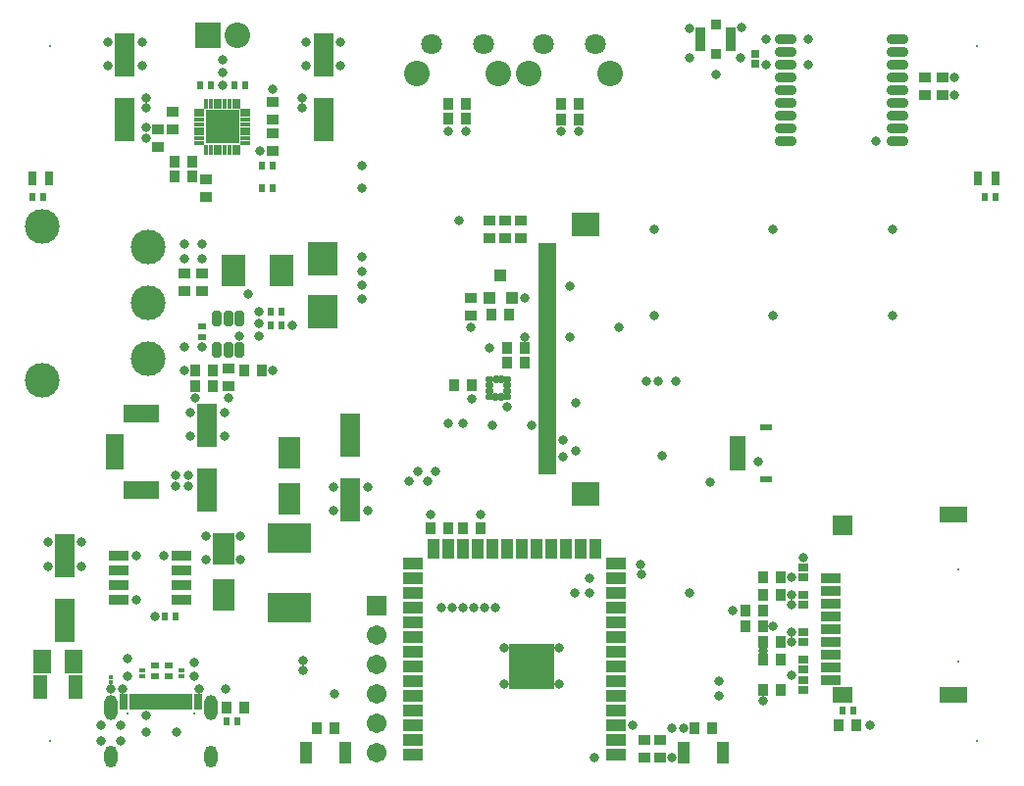
<source format=gts>
G04*
G04 #@! TF.GenerationSoftware,Altium Limited,Altium Designer,23.1.1 (15)*
G04*
G04 Layer_Color=8388736*
%FSLAX25Y25*%
%MOIN*%
G70*
G04*
G04 #@! TF.SameCoordinates,D44E4BA0-DF0F-404E-B2C4-BA9F40E5660F*
G04*
G04*
G04 #@! TF.FilePolarity,Negative*
G04*
G01*
G75*
%ADD75O,0.07487X0.03550*%
%ADD76R,0.03162X0.02926*%
%ADD77R,0.01417X0.03780*%
%ADD78R,0.03780X0.01417*%
%ADD79R,0.11430X0.11430*%
G04:AMPARAMS|DCode=80|XSize=25.72mil|YSize=21.78mil|CornerRadius=6.07mil|HoleSize=0mil|Usage=FLASHONLY|Rotation=0.000|XOffset=0mil|YOffset=0mil|HoleType=Round|Shape=RoundedRectangle|*
%AMROUNDEDRECTD80*
21,1,0.02572,0.00965,0,0,0.0*
21,1,0.01358,0.02178,0,0,0.0*
1,1,0.01213,0.00679,-0.00482*
1,1,0.01213,-0.00679,-0.00482*
1,1,0.01213,-0.00679,0.00482*
1,1,0.01213,0.00679,0.00482*
%
%ADD80ROUNDEDRECTD80*%
G04:AMPARAMS|DCode=81|XSize=25.72mil|YSize=21.78mil|CornerRadius=6.07mil|HoleSize=0mil|Usage=FLASHONLY|Rotation=90.000|XOffset=0mil|YOffset=0mil|HoleType=Round|Shape=RoundedRectangle|*
%AMROUNDEDRECTD81*
21,1,0.02572,0.00965,0,0,90.0*
21,1,0.01358,0.02178,0,0,90.0*
1,1,0.01213,0.00482,0.00679*
1,1,0.01213,0.00482,-0.00679*
1,1,0.01213,-0.00482,-0.00679*
1,1,0.01213,-0.00482,0.00679*
%
%ADD81ROUNDEDRECTD81*%
%ADD82R,0.03950X0.02375*%
%ADD83R,0.05524X0.01981*%
%ADD84R,0.02233X0.02933*%
%ADD85R,0.07099X0.14580*%
%ADD86R,0.04300X0.03800*%
%ADD87R,0.14580X0.10052*%
%ADD88R,0.03800X0.04300*%
%ADD89R,0.04028X0.04422*%
%ADD90R,0.04973X0.07965*%
%ADD91R,0.06312X0.07965*%
%ADD92R,0.03972X0.03472*%
%ADD93R,0.03543X0.08268*%
%ADD94R,0.03543X0.03543*%
%ADD95R,0.03543X0.03543*%
%ADD96R,0.07493X0.10642*%
%ADD97R,0.02272X0.02972*%
%ADD98R,0.06706X0.03359*%
%ADD99R,0.01378X0.01221*%
%ADD100R,0.01890X0.01496*%
%ADD101R,0.02933X0.02233*%
%ADD102R,0.03472X0.03972*%
%ADD103R,0.01981X0.05524*%
%ADD104R,0.03162X0.05524*%
%ADD105R,0.15367X0.15367*%
%ADD106R,0.06706X0.04343*%
%ADD107R,0.04343X0.06706*%
%ADD108R,0.04028X0.07572*%
%ADD109R,0.03398X0.02965*%
%ADD110R,0.06706X0.07099*%
%ADD111R,0.07099X0.03556*%
%ADD112R,0.06706X0.05524*%
%ADD113R,0.09461X0.05524*%
G04:AMPARAMS|DCode=114|XSize=55.24mil|YSize=31.62mil|CornerRadius=6.95mil|HoleSize=0mil|Usage=FLASHONLY|Rotation=270.000|XOffset=0mil|YOffset=0mil|HoleType=Round|Shape=RoundedRectangle|*
%AMROUNDEDRECTD114*
21,1,0.05524,0.01772,0,0,270.0*
21,1,0.04134,0.03162,0,0,270.0*
1,1,0.01391,-0.00886,-0.02067*
1,1,0.01391,-0.00886,0.02067*
1,1,0.01391,0.00886,0.02067*
1,1,0.01391,0.00886,-0.02067*
%
%ADD114ROUNDEDRECTD114*%
%ADD115R,0.08280X0.11036*%
%ADD116R,0.02972X0.02272*%
%ADD117R,0.10249X0.11824*%
%ADD118R,0.02769X0.04737*%
%ADD119R,0.09461X0.07887*%
%ADD120R,0.05918X0.01981*%
%ADD121O,0.04343X0.07493*%
%ADD122O,0.04343X0.08674*%
%ADD123C,0.00800*%
%ADD124R,0.06706X0.06706*%
%ADD125C,0.06706*%
%ADD126C,0.08674*%
%ADD127C,0.07099*%
%ADD128R,0.08674X0.08674*%
%ADD129R,0.06299X0.12205*%
%ADD130R,0.12205X0.06299*%
%ADD131C,0.00394*%
%ADD132C,0.11824*%
%ADD133R,0.00800X0.00800*%
%ADD134C,0.03162*%
D75*
X259800Y213882D02*
D03*
Y218212D02*
D03*
Y222543D02*
D03*
Y226874D02*
D03*
Y231204D02*
D03*
Y235535D02*
D03*
Y239866D02*
D03*
Y244197D02*
D03*
Y248527D02*
D03*
X297685D02*
D03*
Y244197D02*
D03*
Y239866D02*
D03*
Y235535D02*
D03*
Y231204D02*
D03*
Y226874D02*
D03*
Y222543D02*
D03*
Y218212D02*
D03*
Y213882D02*
D03*
D76*
X249200Y240295D02*
D03*
Y243696D02*
D03*
D77*
X73774Y226654D02*
D03*
X72199D02*
D03*
X70624D02*
D03*
X69050D02*
D03*
X62750D02*
D03*
X67475D02*
D03*
X65900D02*
D03*
X64325D02*
D03*
X62750Y210906D02*
D03*
X64325D02*
D03*
X65900D02*
D03*
X67475D02*
D03*
X69050D02*
D03*
X70624D02*
D03*
X72199D02*
D03*
X73774D02*
D03*
D78*
X60388Y213268D02*
D03*
Y214843D02*
D03*
Y216418D02*
D03*
Y217993D02*
D03*
Y224292D02*
D03*
Y222717D02*
D03*
Y221143D02*
D03*
Y219568D02*
D03*
X76136Y213268D02*
D03*
Y214843D02*
D03*
Y216418D02*
D03*
Y217993D02*
D03*
Y224292D02*
D03*
Y222717D02*
D03*
Y221143D02*
D03*
Y219568D02*
D03*
D79*
X68262Y218780D02*
D03*
D80*
X159162Y130786D02*
D03*
Y128818D02*
D03*
Y132755D02*
D03*
Y126849D02*
D03*
X165186Y132755D02*
D03*
Y130786D02*
D03*
Y128818D02*
D03*
Y126849D02*
D03*
D81*
X161190Y132814D02*
D03*
X163158D02*
D03*
Y126790D02*
D03*
X161131D02*
D03*
D82*
X253071Y116567D02*
D03*
Y98851D02*
D03*
D83*
X243228Y110662D02*
D03*
Y112630D02*
D03*
Y102788D02*
D03*
Y104756D02*
D03*
Y106725D02*
D03*
Y108693D02*
D03*
D84*
X81700Y197732D02*
D03*
X85400D02*
D03*
X73500Y16385D02*
D03*
X69800D02*
D03*
X278930Y20100D02*
D03*
X282630D02*
D03*
X85400Y205632D02*
D03*
X81700D02*
D03*
X327353Y195000D02*
D03*
X331053D02*
D03*
X3594D02*
D03*
X7294D02*
D03*
D85*
X35100Y243190D02*
D03*
Y221143D02*
D03*
X14700Y50976D02*
D03*
Y73024D02*
D03*
X111800Y113924D02*
D03*
Y91876D02*
D03*
X102600Y243190D02*
D03*
Y221143D02*
D03*
X63100Y117144D02*
D03*
Y95097D02*
D03*
D86*
X164300Y180900D02*
D03*
Y186900D02*
D03*
X158900Y180900D02*
D03*
Y186900D02*
D03*
X152600Y160469D02*
D03*
Y154469D02*
D03*
X169750Y186900D02*
D03*
Y180900D02*
D03*
X62750Y195032D02*
D03*
Y201032D02*
D03*
X70240Y136521D02*
D03*
Y130520D02*
D03*
D87*
X90900Y78900D02*
D03*
Y55081D02*
D03*
D88*
X257900Y37507D02*
D03*
X251900D02*
D03*
X257900Y27079D02*
D03*
X251900D02*
D03*
X257900Y43417D02*
D03*
X251900D02*
D03*
X257900Y65465D02*
D03*
X251900D02*
D03*
X257900Y59556D02*
D03*
X251900D02*
D03*
X159800Y154886D02*
D03*
X165800D02*
D03*
X234600Y14220D02*
D03*
X228600D02*
D03*
X100361D02*
D03*
X106361D02*
D03*
X155961Y82320D02*
D03*
X149961D02*
D03*
X138961D02*
D03*
X144961D02*
D03*
X145104Y221388D02*
D03*
X151104D02*
D03*
X183212Y221369D02*
D03*
X189212D02*
D03*
X64900Y130520D02*
D03*
X58900D02*
D03*
Y136021D02*
D03*
X64900D02*
D03*
X147070Y130786D02*
D03*
X153070D02*
D03*
D89*
X166540Y160469D02*
D03*
X159060D02*
D03*
X162800Y168343D02*
D03*
D90*
X6384Y28200D02*
D03*
X18416D02*
D03*
D91*
X7046Y36800D02*
D03*
X17754D02*
D03*
D92*
X312900Y235535D02*
D03*
Y229535D02*
D03*
X307100Y235535D02*
D03*
Y229535D02*
D03*
X217100Y10321D02*
D03*
Y4321D02*
D03*
X211700Y10321D02*
D03*
Y4321D02*
D03*
X85400Y227143D02*
D03*
Y221143D02*
D03*
Y216418D02*
D03*
Y210418D02*
D03*
X46300Y218000D02*
D03*
Y212000D02*
D03*
X51200Y218000D02*
D03*
Y224000D02*
D03*
X61300Y162718D02*
D03*
Y168718D02*
D03*
X55250Y162718D02*
D03*
Y168718D02*
D03*
D93*
X230764Y248527D02*
D03*
X241000D02*
D03*
D94*
X235882Y243409D02*
D03*
D95*
X235881Y253645D02*
D03*
D96*
X68600Y75274D02*
D03*
Y59526D02*
D03*
X90900Y107948D02*
D03*
Y92200D02*
D03*
D97*
X52250Y52200D02*
D03*
X48550D02*
D03*
X60625Y233036D02*
D03*
X64325D02*
D03*
X75899D02*
D03*
X72199D02*
D03*
X88236Y155883D02*
D03*
X84536D02*
D03*
X88236Y151158D02*
D03*
X84536D02*
D03*
D98*
X54330Y57766D02*
D03*
Y62766D02*
D03*
Y67766D02*
D03*
Y72766D02*
D03*
X33070D02*
D03*
Y67766D02*
D03*
Y62766D02*
D03*
Y57766D02*
D03*
D99*
X30352Y29900D02*
D03*
Y31475D02*
D03*
D100*
X41080Y31800D02*
D03*
Y33965D02*
D03*
X54269Y31800D02*
D03*
Y33965D02*
D03*
D101*
X45472Y31850D02*
D03*
Y35550D02*
D03*
X50000Y31850D02*
D03*
Y35550D02*
D03*
D102*
X69800Y21106D02*
D03*
X75800D02*
D03*
X283780Y15100D02*
D03*
X277780D02*
D03*
X251900Y49031D02*
D03*
X245900D02*
D03*
X251900Y54131D02*
D03*
X245900D02*
D03*
X145104Y226688D02*
D03*
X151104D02*
D03*
X183212Y226669D02*
D03*
X189212D02*
D03*
X51900Y201732D02*
D03*
X57900D02*
D03*
X51900Y206732D02*
D03*
X57900D02*
D03*
X81600Y136000D02*
D03*
X75600D02*
D03*
X165186Y143600D02*
D03*
X171186D02*
D03*
X165186Y138586D02*
D03*
X171186D02*
D03*
D103*
X40490Y23350D02*
D03*
X42458D02*
D03*
X44427D02*
D03*
X46395D02*
D03*
X54269D02*
D03*
X52301D02*
D03*
X50332D02*
D03*
X48364D02*
D03*
D104*
X34781D02*
D03*
X59978D02*
D03*
X37931D02*
D03*
X56828D02*
D03*
D105*
X173386Y35320D02*
D03*
D106*
X133032Y70320D02*
D03*
X201929Y5320D02*
D03*
Y10321D02*
D03*
Y15321D02*
D03*
Y20321D02*
D03*
Y25321D02*
D03*
Y30321D02*
D03*
Y35320D02*
D03*
Y40321D02*
D03*
Y45320D02*
D03*
Y50321D02*
D03*
Y55321D02*
D03*
Y60321D02*
D03*
Y65320D02*
D03*
Y70320D02*
D03*
X133032Y65320D02*
D03*
Y60321D02*
D03*
Y55321D02*
D03*
Y50321D02*
D03*
Y45320D02*
D03*
Y40321D02*
D03*
Y35320D02*
D03*
Y30321D02*
D03*
Y25321D02*
D03*
Y20321D02*
D03*
Y15321D02*
D03*
Y10321D02*
D03*
Y5320D02*
D03*
D107*
X194961Y75242D02*
D03*
X189961D02*
D03*
X184961D02*
D03*
X179961D02*
D03*
X174961D02*
D03*
X169961D02*
D03*
X164961D02*
D03*
X159961D02*
D03*
X154961D02*
D03*
X149961D02*
D03*
X144961D02*
D03*
X139961D02*
D03*
D108*
X224907Y5821D02*
D03*
X238293D02*
D03*
X110054D02*
D03*
X96668D02*
D03*
D109*
X265528Y34161D02*
D03*
Y37507D02*
D03*
Y46764D02*
D03*
Y43417D02*
D03*
Y30425D02*
D03*
Y27079D02*
D03*
Y56209D02*
D03*
Y59556D02*
D03*
Y68811D02*
D03*
Y65465D02*
D03*
D110*
X278930Y83181D02*
D03*
D111*
X274993Y34756D02*
D03*
Y39087D02*
D03*
Y43417D02*
D03*
Y47748D02*
D03*
Y52079D02*
D03*
Y56410D02*
D03*
Y60740D02*
D03*
Y65071D02*
D03*
Y30425D02*
D03*
D112*
X278930Y25701D02*
D03*
D113*
X316725Y86724D02*
D03*
Y25701D02*
D03*
D114*
X73980Y142891D02*
D03*
X70240D02*
D03*
X66500D02*
D03*
Y153521D02*
D03*
X70240D02*
D03*
X73980D02*
D03*
D115*
X72095Y169921D02*
D03*
X88236D02*
D03*
D116*
X61300Y150850D02*
D03*
Y147150D02*
D03*
D117*
X102500Y173993D02*
D03*
Y155883D02*
D03*
D118*
X325147Y201200D02*
D03*
X331053D02*
D03*
X9500D02*
D03*
X3594D02*
D03*
D119*
X191598Y185666D02*
D03*
Y93934D02*
D03*
D120*
X178802Y178186D02*
D03*
Y176217D02*
D03*
Y174249D02*
D03*
Y172280D02*
D03*
Y170312D02*
D03*
Y168343D02*
D03*
Y166375D02*
D03*
Y164406D02*
D03*
Y162438D02*
D03*
Y160469D02*
D03*
Y158501D02*
D03*
Y156532D02*
D03*
Y154564D02*
D03*
Y152595D02*
D03*
Y150627D02*
D03*
Y148658D02*
D03*
Y146690D02*
D03*
Y144721D02*
D03*
Y142753D02*
D03*
Y140784D02*
D03*
Y138816D02*
D03*
Y136847D02*
D03*
Y134879D02*
D03*
Y132910D02*
D03*
Y130942D02*
D03*
Y128973D02*
D03*
Y127005D02*
D03*
Y125036D02*
D03*
Y123068D02*
D03*
Y121099D02*
D03*
Y119131D02*
D03*
Y117162D02*
D03*
Y115194D02*
D03*
Y113225D02*
D03*
Y111257D02*
D03*
Y109288D02*
D03*
Y107320D02*
D03*
Y105351D02*
D03*
Y103383D02*
D03*
Y101414D02*
D03*
D121*
X30352Y4650D02*
D03*
X64407D02*
D03*
D122*
X30352Y21106D02*
D03*
X64407D02*
D03*
D123*
X58758Y19138D02*
D03*
X36002D02*
D03*
X318300Y68221D02*
D03*
Y36724D02*
D03*
D124*
X120700Y55821D02*
D03*
D125*
Y45821D02*
D03*
Y35820D02*
D03*
Y25820D02*
D03*
Y15821D02*
D03*
Y5821D02*
D03*
D126*
X134324Y236749D02*
D03*
X161883D02*
D03*
X172432Y236729D02*
D03*
X199991D02*
D03*
X73262Y249932D02*
D03*
D127*
X156962Y246788D02*
D03*
X139245D02*
D03*
X195070Y246769D02*
D03*
X177353D02*
D03*
D128*
X63262Y249932D02*
D03*
D129*
X31648Y108121D02*
D03*
D130*
X40703Y121113D02*
D03*
Y95128D02*
D03*
D131*
X15900Y108121D02*
D03*
D132*
X43110Y177718D02*
D03*
Y158820D02*
D03*
Y139923D02*
D03*
X6890Y132639D02*
D03*
Y185002D02*
D03*
D133*
X324803Y9843D02*
D03*
X324803Y246063D02*
D03*
X9843Y246063D02*
D03*
Y9843D02*
D03*
D134*
X234156Y97826D02*
D03*
X217675Y106725D02*
D03*
X250500Y104756D02*
D03*
X253100Y239866D02*
D03*
Y248527D02*
D03*
X226963Y242071D02*
D03*
Y252171D02*
D03*
X235882Y236700D02*
D03*
X244401Y242071D02*
D03*
X244840Y252383D02*
D03*
X222300Y132172D02*
D03*
X210496Y69851D02*
D03*
X210545Y66446D02*
D03*
X182800Y29141D02*
D03*
X251900Y40465D02*
D03*
X27104Y15100D02*
D03*
Y10000D02*
D03*
X215000Y154400D02*
D03*
X255500D02*
D03*
X296000D02*
D03*
Y183900D02*
D03*
X255500D02*
D03*
X215000D02*
D03*
X106361Y25820D02*
D03*
X165186Y123658D02*
D03*
X153639Y55319D02*
D03*
X142600Y55300D02*
D03*
X95800Y33738D02*
D03*
Y37100D02*
D03*
X184100Y112200D02*
D03*
X173354Y117162D02*
D03*
X138961Y87020D02*
D03*
X117600Y88153D02*
D03*
X171186Y147280D02*
D03*
X186419D02*
D03*
X152600Y150600D02*
D03*
X221100Y14245D02*
D03*
X224907Y14220D02*
D03*
X317100Y235535D02*
D03*
X148631Y186900D02*
D03*
X115800Y160300D02*
D03*
Y165000D02*
D03*
Y169700D02*
D03*
Y174400D02*
D03*
X186419Y164406D02*
D03*
X74000Y147600D02*
D03*
X80600D02*
D03*
X115800Y205632D02*
D03*
X290285Y213882D02*
D03*
X267200Y239866D02*
D03*
Y248527D02*
D03*
X45472Y52200D02*
D03*
X58600Y36502D02*
D03*
X36159Y37760D02*
D03*
X163972Y41500D02*
D03*
Y29141D02*
D03*
X182800Y41500D02*
D03*
X194800Y4321D02*
D03*
X221100D02*
D03*
X288300Y15350D02*
D03*
X171186Y160469D02*
D03*
X184100Y106693D02*
D03*
X188200Y125036D02*
D03*
X159162Y143600D02*
D03*
X95400Y228700D02*
D03*
Y225157D02*
D03*
X42300D02*
D03*
Y228700D02*
D03*
X48501Y72766D02*
D03*
X42364Y18494D02*
D03*
X85400Y231400D02*
D03*
X80857Y210418D02*
D03*
X42300Y214843D02*
D03*
Y218387D02*
D03*
X68262Y241400D02*
D03*
Y237218D02*
D03*
Y233036D02*
D03*
X64500Y215061D02*
D03*
X72024D02*
D03*
Y222500D02*
D03*
X64500D02*
D03*
X68262Y218780D02*
D03*
X317100Y229535D02*
D03*
X188200Y108693D02*
D03*
X188189Y60321D02*
D03*
X216200Y132172D02*
D03*
X212326D02*
D03*
X138038Y98178D02*
D03*
X155919Y87020D02*
D03*
X134809Y101402D02*
D03*
X131809Y98178D02*
D03*
X140821Y101402D02*
D03*
X146300Y55300D02*
D03*
X151104Y217120D02*
D03*
X189212Y217100D02*
D03*
X115800Y197732D02*
D03*
X144961Y117845D02*
D03*
X149961D02*
D03*
X52659Y12800D02*
D03*
X42364D02*
D03*
X36159Y31769D02*
D03*
X193189Y60321D02*
D03*
Y65320D02*
D03*
X160939Y55300D02*
D03*
X157239D02*
D03*
X150000D02*
D03*
X183212Y217100D02*
D03*
X145104Y217120D02*
D03*
X29300Y239466D02*
D03*
Y247566D02*
D03*
X40900Y239466D02*
D03*
Y247566D02*
D03*
X96800Y239466D02*
D03*
Y247566D02*
D03*
X108400Y239466D02*
D03*
Y247566D02*
D03*
X38900Y57766D02*
D03*
Y72766D02*
D03*
X57300Y121520D02*
D03*
Y113420D02*
D03*
X68900Y121520D02*
D03*
Y113420D02*
D03*
X117600Y96253D02*
D03*
X106000D02*
D03*
Y88153D02*
D03*
X62800Y79650D02*
D03*
Y71550D02*
D03*
X74400Y79650D02*
D03*
Y71550D02*
D03*
X20500Y77400D02*
D03*
Y69300D02*
D03*
X8900D02*
D03*
Y77400D02*
D03*
X261738Y46903D02*
D03*
X226979Y60321D02*
D03*
X261714Y43417D02*
D03*
X202938Y150600D02*
D03*
X159987Y117162D02*
D03*
X153070Y126367D02*
D03*
X207700Y15321D02*
D03*
X69407Y27477D02*
D03*
X60459D02*
D03*
X30352D02*
D03*
X58600Y31769D02*
D03*
X33600Y10000D02*
D03*
Y15100D02*
D03*
X34300Y27477D02*
D03*
X251900Y23400D02*
D03*
X261714Y56094D02*
D03*
X237092Y25321D02*
D03*
X237100Y30321D02*
D03*
X241700Y54131D02*
D03*
X265528Y72200D02*
D03*
X261714Y32300D02*
D03*
X255300Y49000D02*
D03*
X261714Y59556D02*
D03*
Y65465D02*
D03*
X85436Y136000D02*
D03*
X77100Y161800D02*
D03*
X58900Y126700D02*
D03*
X70240D02*
D03*
X55250Y136021D02*
D03*
X91977Y151158D02*
D03*
X55250Y143820D02*
D03*
X61300D02*
D03*
X55250Y178718D02*
D03*
X61300D02*
D03*
X80600Y151741D02*
D03*
Y155883D02*
D03*
X61300Y173821D02*
D03*
X55250D02*
D03*
X52500Y96700D02*
D03*
X56600D02*
D03*
X52500Y100200D02*
D03*
X56600D02*
D03*
M02*

</source>
